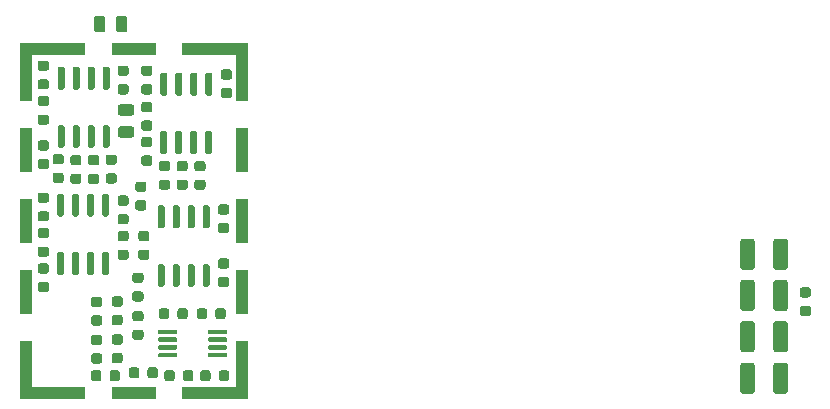
<source format=gbr>
%TF.GenerationSoftware,KiCad,Pcbnew,(5.1.6)-1*%
%TF.CreationDate,2020-08-21T15:32:42+02:00*%
%TF.ProjectId,mu_lna,6d755f6c-6e61-42e6-9b69-6361645f7063,rev?*%
%TF.SameCoordinates,Original*%
%TF.FileFunction,Paste,Bot*%
%TF.FilePolarity,Positive*%
%FSLAX46Y46*%
G04 Gerber Fmt 4.6, Leading zero omitted, Abs format (unit mm)*
G04 Created by KiCad (PCBNEW (5.1.6)-1) date 2020-08-21 15:32:42*
%MOMM*%
%LPD*%
G01*
G04 APERTURE LIST*
%ADD10R,1.000000X1.000000*%
%ADD11R,1.000000X3.980000*%
%ADD12R,1.000000X3.800000*%
%ADD13R,4.550000X1.000000*%
%ADD14R,3.800000X1.000000*%
G04 APERTURE END LIST*
%TO.C,C25*%
G36*
G01*
X124143379Y-99516700D02*
X124143379Y-100029200D01*
G75*
G02*
X123924629Y-100247950I-218750J0D01*
G01*
X123487129Y-100247950D01*
G75*
G02*
X123268379Y-100029200I0J218750D01*
G01*
X123268379Y-99516700D01*
G75*
G02*
X123487129Y-99297950I218750J0D01*
G01*
X123924629Y-99297950D01*
G75*
G02*
X124143379Y-99516700I0J-218750D01*
G01*
G37*
G36*
G01*
X125718379Y-99516700D02*
X125718379Y-100029200D01*
G75*
G02*
X125499629Y-100247950I-218750J0D01*
G01*
X125062129Y-100247950D01*
G75*
G02*
X124843379Y-100029200I0J218750D01*
G01*
X124843379Y-99516700D01*
G75*
G02*
X125062129Y-99297950I218750J0D01*
G01*
X125499629Y-99297950D01*
G75*
G02*
X125718379Y-99516700I0J-218750D01*
G01*
G37*
%TD*%
%TO.C,C24*%
G36*
G01*
X127643379Y-104766700D02*
X127643379Y-105279200D01*
G75*
G02*
X127424629Y-105497950I-218750J0D01*
G01*
X126987129Y-105497950D01*
G75*
G02*
X126768379Y-105279200I0J218750D01*
G01*
X126768379Y-104766700D01*
G75*
G02*
X126987129Y-104547950I218750J0D01*
G01*
X127424629Y-104547950D01*
G75*
G02*
X127643379Y-104766700I0J-218750D01*
G01*
G37*
G36*
G01*
X129218379Y-104766700D02*
X129218379Y-105279200D01*
G75*
G02*
X128999629Y-105497950I-218750J0D01*
G01*
X128562129Y-105497950D01*
G75*
G02*
X128343379Y-105279200I0J218750D01*
G01*
X128343379Y-104766700D01*
G75*
G02*
X128562129Y-104547950I218750J0D01*
G01*
X128999629Y-104547950D01*
G75*
G02*
X129218379Y-104766700I0J-218750D01*
G01*
G37*
%TD*%
%TO.C,C23*%
G36*
G01*
X122249629Y-93635450D02*
X121737129Y-93635450D01*
G75*
G02*
X121518379Y-93416700I0J218750D01*
G01*
X121518379Y-92979200D01*
G75*
G02*
X121737129Y-92760450I218750J0D01*
G01*
X122249629Y-92760450D01*
G75*
G02*
X122468379Y-92979200I0J-218750D01*
G01*
X122468379Y-93416700D01*
G75*
G02*
X122249629Y-93635450I-218750J0D01*
G01*
G37*
G36*
G01*
X122249629Y-95210450D02*
X121737129Y-95210450D01*
G75*
G02*
X121518379Y-94991700I0J218750D01*
G01*
X121518379Y-94554200D01*
G75*
G02*
X121737129Y-94335450I218750J0D01*
G01*
X122249629Y-94335450D01*
G75*
G02*
X122468379Y-94554200I0J-218750D01*
G01*
X122468379Y-94991700D01*
G75*
G02*
X122249629Y-95210450I-218750J0D01*
G01*
G37*
%TD*%
%TO.C,U2*%
G36*
G01*
X127430879Y-103372950D02*
X127430879Y-103172950D01*
G75*
G02*
X127530879Y-103072950I100000J0D01*
G01*
X128955879Y-103072950D01*
G75*
G02*
X129055879Y-103172950I0J-100000D01*
G01*
X129055879Y-103372950D01*
G75*
G02*
X128955879Y-103472950I-100000J0D01*
G01*
X127530879Y-103472950D01*
G75*
G02*
X127430879Y-103372950I0J100000D01*
G01*
G37*
G36*
G01*
X127430879Y-102722950D02*
X127430879Y-102522950D01*
G75*
G02*
X127530879Y-102422950I100000J0D01*
G01*
X128955879Y-102422950D01*
G75*
G02*
X129055879Y-102522950I0J-100000D01*
G01*
X129055879Y-102722950D01*
G75*
G02*
X128955879Y-102822950I-100000J0D01*
G01*
X127530879Y-102822950D01*
G75*
G02*
X127430879Y-102722950I0J100000D01*
G01*
G37*
G36*
G01*
X127430879Y-102072950D02*
X127430879Y-101872950D01*
G75*
G02*
X127530879Y-101772950I100000J0D01*
G01*
X128955879Y-101772950D01*
G75*
G02*
X129055879Y-101872950I0J-100000D01*
G01*
X129055879Y-102072950D01*
G75*
G02*
X128955879Y-102172950I-100000J0D01*
G01*
X127530879Y-102172950D01*
G75*
G02*
X127430879Y-102072950I0J100000D01*
G01*
G37*
G36*
G01*
X127430879Y-101422950D02*
X127430879Y-101222950D01*
G75*
G02*
X127530879Y-101122950I100000J0D01*
G01*
X128955879Y-101122950D01*
G75*
G02*
X129055879Y-101222950I0J-100000D01*
G01*
X129055879Y-101422950D01*
G75*
G02*
X128955879Y-101522950I-100000J0D01*
G01*
X127530879Y-101522950D01*
G75*
G02*
X127430879Y-101422950I0J100000D01*
G01*
G37*
G36*
G01*
X123205879Y-101422950D02*
X123205879Y-101222950D01*
G75*
G02*
X123305879Y-101122950I100000J0D01*
G01*
X124730879Y-101122950D01*
G75*
G02*
X124830879Y-101222950I0J-100000D01*
G01*
X124830879Y-101422950D01*
G75*
G02*
X124730879Y-101522950I-100000J0D01*
G01*
X123305879Y-101522950D01*
G75*
G02*
X123205879Y-101422950I0J100000D01*
G01*
G37*
G36*
G01*
X123205879Y-102072950D02*
X123205879Y-101872950D01*
G75*
G02*
X123305879Y-101772950I100000J0D01*
G01*
X124730879Y-101772950D01*
G75*
G02*
X124830879Y-101872950I0J-100000D01*
G01*
X124830879Y-102072950D01*
G75*
G02*
X124730879Y-102172950I-100000J0D01*
G01*
X123305879Y-102172950D01*
G75*
G02*
X123205879Y-102072950I0J100000D01*
G01*
G37*
G36*
G01*
X123205879Y-102722950D02*
X123205879Y-102522950D01*
G75*
G02*
X123305879Y-102422950I100000J0D01*
G01*
X124730879Y-102422950D01*
G75*
G02*
X124830879Y-102522950I0J-100000D01*
G01*
X124830879Y-102722950D01*
G75*
G02*
X124730879Y-102822950I-100000J0D01*
G01*
X123305879Y-102822950D01*
G75*
G02*
X123205879Y-102722950I0J100000D01*
G01*
G37*
G36*
G01*
X123205879Y-103372950D02*
X123205879Y-103172950D01*
G75*
G02*
X123305879Y-103072950I100000J0D01*
G01*
X124730879Y-103072950D01*
G75*
G02*
X124830879Y-103172950I0J-100000D01*
G01*
X124830879Y-103372950D01*
G75*
G02*
X124730879Y-103472950I-100000J0D01*
G01*
X123305879Y-103472950D01*
G75*
G02*
X123205879Y-103372950I0J100000D01*
G01*
G37*
%TD*%
%TO.C,C20*%
G36*
G01*
X175281621Y-95802050D02*
X175281621Y-93652050D01*
G75*
G02*
X175531621Y-93402050I250000J0D01*
G01*
X176281621Y-93402050D01*
G75*
G02*
X176531621Y-93652050I0J-250000D01*
G01*
X176531621Y-95802050D01*
G75*
G02*
X176281621Y-96052050I-250000J0D01*
G01*
X175531621Y-96052050D01*
G75*
G02*
X175281621Y-95802050I0J250000D01*
G01*
G37*
G36*
G01*
X172481621Y-95802050D02*
X172481621Y-93652050D01*
G75*
G02*
X172731621Y-93402050I250000J0D01*
G01*
X173481621Y-93402050D01*
G75*
G02*
X173731621Y-93652050I0J-250000D01*
G01*
X173731621Y-95802050D01*
G75*
G02*
X173481621Y-96052050I-250000J0D01*
G01*
X172731621Y-96052050D01*
G75*
G02*
X172481621Y-95802050I0J250000D01*
G01*
G37*
%TD*%
%TO.C,R18*%
G36*
G01*
X177743750Y-99100000D02*
X178256250Y-99100000D01*
G75*
G02*
X178475000Y-99318750I0J-218750D01*
G01*
X178475000Y-99756250D01*
G75*
G02*
X178256250Y-99975000I-218750J0D01*
G01*
X177743750Y-99975000D01*
G75*
G02*
X177525000Y-99756250I0J218750D01*
G01*
X177525000Y-99318750D01*
G75*
G02*
X177743750Y-99100000I218750J0D01*
G01*
G37*
G36*
G01*
X177743750Y-97525000D02*
X178256250Y-97525000D01*
G75*
G02*
X178475000Y-97743750I0J-218750D01*
G01*
X178475000Y-98181250D01*
G75*
G02*
X178256250Y-98400000I-218750J0D01*
G01*
X177743750Y-98400000D01*
G75*
G02*
X177525000Y-98181250I0J218750D01*
G01*
X177525000Y-97743750D01*
G75*
G02*
X177743750Y-97525000I218750J0D01*
G01*
G37*
%TD*%
%TO.C,R5*%
G36*
G01*
X124605879Y-104766700D02*
X124605879Y-105279200D01*
G75*
G02*
X124387129Y-105497950I-218750J0D01*
G01*
X123949629Y-105497950D01*
G75*
G02*
X123730879Y-105279200I0J218750D01*
G01*
X123730879Y-104766700D01*
G75*
G02*
X123949629Y-104547950I218750J0D01*
G01*
X124387129Y-104547950D01*
G75*
G02*
X124605879Y-104766700I0J-218750D01*
G01*
G37*
G36*
G01*
X126180879Y-104766700D02*
X126180879Y-105279200D01*
G75*
G02*
X125962129Y-105497950I-218750J0D01*
G01*
X125524629Y-105497950D01*
G75*
G02*
X125305879Y-105279200I0J218750D01*
G01*
X125305879Y-104766700D01*
G75*
G02*
X125524629Y-104547950I218750J0D01*
G01*
X125962129Y-104547950D01*
G75*
G02*
X126180879Y-104766700I0J-218750D01*
G01*
G37*
%TD*%
%TO.C,C22*%
G36*
G01*
X175281621Y-99302050D02*
X175281621Y-97152050D01*
G75*
G02*
X175531621Y-96902050I250000J0D01*
G01*
X176281621Y-96902050D01*
G75*
G02*
X176531621Y-97152050I0J-250000D01*
G01*
X176531621Y-99302050D01*
G75*
G02*
X176281621Y-99552050I-250000J0D01*
G01*
X175531621Y-99552050D01*
G75*
G02*
X175281621Y-99302050I0J250000D01*
G01*
G37*
G36*
G01*
X172481621Y-99302050D02*
X172481621Y-97152050D01*
G75*
G02*
X172731621Y-96902050I250000J0D01*
G01*
X173481621Y-96902050D01*
G75*
G02*
X173731621Y-97152050I0J-250000D01*
G01*
X173731621Y-99302050D01*
G75*
G02*
X173481621Y-99552050I-250000J0D01*
G01*
X172731621Y-99552050D01*
G75*
G02*
X172481621Y-99302050I0J250000D01*
G01*
G37*
%TD*%
%TO.C,C21*%
G36*
G01*
X175281621Y-102802050D02*
X175281621Y-100652050D01*
G75*
G02*
X175531621Y-100402050I250000J0D01*
G01*
X176281621Y-100402050D01*
G75*
G02*
X176531621Y-100652050I0J-250000D01*
G01*
X176531621Y-102802050D01*
G75*
G02*
X176281621Y-103052050I-250000J0D01*
G01*
X175531621Y-103052050D01*
G75*
G02*
X175281621Y-102802050I0J250000D01*
G01*
G37*
G36*
G01*
X172481621Y-102802050D02*
X172481621Y-100652050D01*
G75*
G02*
X172731621Y-100402050I250000J0D01*
G01*
X173481621Y-100402050D01*
G75*
G02*
X173731621Y-100652050I0J-250000D01*
G01*
X173731621Y-102802050D01*
G75*
G02*
X173481621Y-103052050I-250000J0D01*
G01*
X172731621Y-103052050D01*
G75*
G02*
X172481621Y-102802050I0J250000D01*
G01*
G37*
%TD*%
%TO.C,C18*%
G36*
G01*
X175281621Y-106302050D02*
X175281621Y-104152050D01*
G75*
G02*
X175531621Y-103902050I250000J0D01*
G01*
X176281621Y-103902050D01*
G75*
G02*
X176531621Y-104152050I0J-250000D01*
G01*
X176531621Y-106302050D01*
G75*
G02*
X176281621Y-106552050I-250000J0D01*
G01*
X175531621Y-106552050D01*
G75*
G02*
X175281621Y-106302050I0J250000D01*
G01*
G37*
G36*
G01*
X172481621Y-106302050D02*
X172481621Y-104152050D01*
G75*
G02*
X172731621Y-103902050I250000J0D01*
G01*
X173481621Y-103902050D01*
G75*
G02*
X173731621Y-104152050I0J-250000D01*
G01*
X173731621Y-106302050D01*
G75*
G02*
X173481621Y-106552050I-250000J0D01*
G01*
X172731621Y-106552050D01*
G75*
G02*
X172481621Y-106302050I0J250000D01*
G01*
G37*
%TD*%
%TO.C,C11*%
G36*
G01*
X127355879Y-99516700D02*
X127355879Y-100029200D01*
G75*
G02*
X127137129Y-100247950I-218750J0D01*
G01*
X126699629Y-100247950D01*
G75*
G02*
X126480879Y-100029200I0J218750D01*
G01*
X126480879Y-99516700D01*
G75*
G02*
X126699629Y-99297950I218750J0D01*
G01*
X127137129Y-99297950D01*
G75*
G02*
X127355879Y-99516700I0J-218750D01*
G01*
G37*
G36*
G01*
X128930879Y-99516700D02*
X128930879Y-100029200D01*
G75*
G02*
X128712129Y-100247950I-218750J0D01*
G01*
X128274629Y-100247950D01*
G75*
G02*
X128055879Y-100029200I0J218750D01*
G01*
X128055879Y-99516700D01*
G75*
G02*
X128274629Y-99297950I218750J0D01*
G01*
X128712129Y-99297950D01*
G75*
G02*
X128930879Y-99516700I0J-218750D01*
G01*
G37*
%TD*%
%TO.C,C8*%
G36*
G01*
X120499629Y-90635450D02*
X119987129Y-90635450D01*
G75*
G02*
X119768379Y-90416700I0J218750D01*
G01*
X119768379Y-89979200D01*
G75*
G02*
X119987129Y-89760450I218750J0D01*
G01*
X120499629Y-89760450D01*
G75*
G02*
X120718379Y-89979200I0J-218750D01*
G01*
X120718379Y-90416700D01*
G75*
G02*
X120499629Y-90635450I-218750J0D01*
G01*
G37*
G36*
G01*
X120499629Y-92210450D02*
X119987129Y-92210450D01*
G75*
G02*
X119768379Y-91991700I0J218750D01*
G01*
X119768379Y-91554200D01*
G75*
G02*
X119987129Y-91335450I218750J0D01*
G01*
X120499629Y-91335450D01*
G75*
G02*
X120718379Y-91554200I0J-218750D01*
G01*
X120718379Y-91991700D01*
G75*
G02*
X120499629Y-92210450I-218750J0D01*
G01*
G37*
%TD*%
%TO.C,C7*%
G36*
G01*
X129249629Y-79960450D02*
X128737129Y-79960450D01*
G75*
G02*
X128518379Y-79741700I0J218750D01*
G01*
X128518379Y-79304200D01*
G75*
G02*
X128737129Y-79085450I218750J0D01*
G01*
X129249629Y-79085450D01*
G75*
G02*
X129468379Y-79304200I0J-218750D01*
G01*
X129468379Y-79741700D01*
G75*
G02*
X129249629Y-79960450I-218750J0D01*
G01*
G37*
G36*
G01*
X129249629Y-81535450D02*
X128737129Y-81535450D01*
G75*
G02*
X128518379Y-81316700I0J218750D01*
G01*
X128518379Y-80879200D01*
G75*
G02*
X128737129Y-80660450I218750J0D01*
G01*
X129249629Y-80660450D01*
G75*
G02*
X129468379Y-80879200I0J-218750D01*
G01*
X129468379Y-81316700D01*
G75*
G02*
X129249629Y-81535450I-218750J0D01*
G01*
G37*
%TD*%
%TO.C,C6*%
G36*
G01*
X128999629Y-91385450D02*
X128487129Y-91385450D01*
G75*
G02*
X128268379Y-91166700I0J218750D01*
G01*
X128268379Y-90729200D01*
G75*
G02*
X128487129Y-90510450I218750J0D01*
G01*
X128999629Y-90510450D01*
G75*
G02*
X129218379Y-90729200I0J-218750D01*
G01*
X129218379Y-91166700D01*
G75*
G02*
X128999629Y-91385450I-218750J0D01*
G01*
G37*
G36*
G01*
X128999629Y-92960450D02*
X128487129Y-92960450D01*
G75*
G02*
X128268379Y-92741700I0J218750D01*
G01*
X128268379Y-92304200D01*
G75*
G02*
X128487129Y-92085450I218750J0D01*
G01*
X128999629Y-92085450D01*
G75*
G02*
X129218379Y-92304200I0J-218750D01*
G01*
X129218379Y-92741700D01*
G75*
G02*
X128999629Y-92960450I-218750J0D01*
G01*
G37*
%TD*%
%TO.C,C5*%
G36*
G01*
X120499629Y-79635450D02*
X119987129Y-79635450D01*
G75*
G02*
X119768379Y-79416700I0J218750D01*
G01*
X119768379Y-78979200D01*
G75*
G02*
X119987129Y-78760450I218750J0D01*
G01*
X120499629Y-78760450D01*
G75*
G02*
X120718379Y-78979200I0J-218750D01*
G01*
X120718379Y-79416700D01*
G75*
G02*
X120499629Y-79635450I-218750J0D01*
G01*
G37*
G36*
G01*
X120499629Y-81210450D02*
X119987129Y-81210450D01*
G75*
G02*
X119768379Y-80991700I0J218750D01*
G01*
X119768379Y-80554200D01*
G75*
G02*
X119987129Y-80335450I218750J0D01*
G01*
X120499629Y-80335450D01*
G75*
G02*
X120718379Y-80554200I0J-218750D01*
G01*
X120718379Y-80991700D01*
G75*
G02*
X120499629Y-81210450I-218750J0D01*
G01*
G37*
%TD*%
%TO.C,C4*%
G36*
G01*
X115987129Y-87910450D02*
X116499629Y-87910450D01*
G75*
G02*
X116718379Y-88129200I0J-218750D01*
G01*
X116718379Y-88566700D01*
G75*
G02*
X116499629Y-88785450I-218750J0D01*
G01*
X115987129Y-88785450D01*
G75*
G02*
X115768379Y-88566700I0J218750D01*
G01*
X115768379Y-88129200D01*
G75*
G02*
X115987129Y-87910450I218750J0D01*
G01*
G37*
G36*
G01*
X115987129Y-86335450D02*
X116499629Y-86335450D01*
G75*
G02*
X116718379Y-86554200I0J-218750D01*
G01*
X116718379Y-86991700D01*
G75*
G02*
X116499629Y-87210450I-218750J0D01*
G01*
X115987129Y-87210450D01*
G75*
G02*
X115768379Y-86991700I0J218750D01*
G01*
X115768379Y-86554200D01*
G75*
G02*
X115987129Y-86335450I218750J0D01*
G01*
G37*
%TD*%
%TO.C,C3*%
G36*
G01*
X113237129Y-97085450D02*
X113749629Y-97085450D01*
G75*
G02*
X113968379Y-97304200I0J-218750D01*
G01*
X113968379Y-97741700D01*
G75*
G02*
X113749629Y-97960450I-218750J0D01*
G01*
X113237129Y-97960450D01*
G75*
G02*
X113018379Y-97741700I0J218750D01*
G01*
X113018379Y-97304200D01*
G75*
G02*
X113237129Y-97085450I218750J0D01*
G01*
G37*
G36*
G01*
X113237129Y-95510450D02*
X113749629Y-95510450D01*
G75*
G02*
X113968379Y-95729200I0J-218750D01*
G01*
X113968379Y-96166700D01*
G75*
G02*
X113749629Y-96385450I-218750J0D01*
G01*
X113237129Y-96385450D01*
G75*
G02*
X113018379Y-96166700I0J218750D01*
G01*
X113018379Y-95729200D01*
G75*
G02*
X113237129Y-95510450I218750J0D01*
G01*
G37*
%TD*%
%TO.C,C2*%
G36*
G01*
X128487129Y-96660450D02*
X128999629Y-96660450D01*
G75*
G02*
X129218379Y-96879200I0J-218750D01*
G01*
X129218379Y-97316700D01*
G75*
G02*
X128999629Y-97535450I-218750J0D01*
G01*
X128487129Y-97535450D01*
G75*
G02*
X128268379Y-97316700I0J218750D01*
G01*
X128268379Y-96879200D01*
G75*
G02*
X128487129Y-96660450I218750J0D01*
G01*
G37*
G36*
G01*
X128487129Y-95085450D02*
X128999629Y-95085450D01*
G75*
G02*
X129218379Y-95304200I0J-218750D01*
G01*
X129218379Y-95741700D01*
G75*
G02*
X128999629Y-95960450I-218750J0D01*
G01*
X128487129Y-95960450D01*
G75*
G02*
X128268379Y-95741700I0J218750D01*
G01*
X128268379Y-95304200D01*
G75*
G02*
X128487129Y-95085450I218750J0D01*
G01*
G37*
%TD*%
%TO.C,C1*%
G36*
G01*
X124987129Y-88410450D02*
X125499629Y-88410450D01*
G75*
G02*
X125718379Y-88629200I0J-218750D01*
G01*
X125718379Y-89066700D01*
G75*
G02*
X125499629Y-89285450I-218750J0D01*
G01*
X124987129Y-89285450D01*
G75*
G02*
X124768379Y-89066700I0J218750D01*
G01*
X124768379Y-88629200D01*
G75*
G02*
X124987129Y-88410450I218750J0D01*
G01*
G37*
G36*
G01*
X124987129Y-86835450D02*
X125499629Y-86835450D01*
G75*
G02*
X125718379Y-87054200I0J-218750D01*
G01*
X125718379Y-87491700D01*
G75*
G02*
X125499629Y-87710450I-218750J0D01*
G01*
X124987129Y-87710450D01*
G75*
G02*
X124768379Y-87491700I0J218750D01*
G01*
X124768379Y-87054200D01*
G75*
G02*
X124987129Y-86835450I218750J0D01*
G01*
G37*
%TD*%
%TO.C,R12*%
G36*
G01*
X122305879Y-105029200D02*
X122305879Y-104516700D01*
G75*
G02*
X122524629Y-104297950I218750J0D01*
G01*
X122962129Y-104297950D01*
G75*
G02*
X123180879Y-104516700I0J-218750D01*
G01*
X123180879Y-105029200D01*
G75*
G02*
X122962129Y-105247950I-218750J0D01*
G01*
X122524629Y-105247950D01*
G75*
G02*
X122305879Y-105029200I0J218750D01*
G01*
G37*
G36*
G01*
X120730879Y-105029200D02*
X120730879Y-104516700D01*
G75*
G02*
X120949629Y-104297950I218750J0D01*
G01*
X121387129Y-104297950D01*
G75*
G02*
X121605879Y-104516700I0J-218750D01*
G01*
X121605879Y-105029200D01*
G75*
G02*
X121387129Y-105247950I-218750J0D01*
G01*
X120949629Y-105247950D01*
G75*
G02*
X120730879Y-105029200I0J218750D01*
G01*
G37*
%TD*%
%TO.C,R10*%
G36*
G01*
X121749629Y-100422950D02*
X121237129Y-100422950D01*
G75*
G02*
X121018379Y-100204200I0J218750D01*
G01*
X121018379Y-99766700D01*
G75*
G02*
X121237129Y-99547950I218750J0D01*
G01*
X121749629Y-99547950D01*
G75*
G02*
X121968379Y-99766700I0J-218750D01*
G01*
X121968379Y-100204200D01*
G75*
G02*
X121749629Y-100422950I-218750J0D01*
G01*
G37*
G36*
G01*
X121749629Y-101997950D02*
X121237129Y-101997950D01*
G75*
G02*
X121018379Y-101779200I0J218750D01*
G01*
X121018379Y-101341700D01*
G75*
G02*
X121237129Y-101122950I218750J0D01*
G01*
X121749629Y-101122950D01*
G75*
G02*
X121968379Y-101341700I0J-218750D01*
G01*
X121968379Y-101779200D01*
G75*
G02*
X121749629Y-101997950I-218750J0D01*
G01*
G37*
%TD*%
%TO.C,R9*%
G36*
G01*
X121749629Y-97172950D02*
X121237129Y-97172950D01*
G75*
G02*
X121018379Y-96954200I0J218750D01*
G01*
X121018379Y-96516700D01*
G75*
G02*
X121237129Y-96297950I218750J0D01*
G01*
X121749629Y-96297950D01*
G75*
G02*
X121968379Y-96516700I0J-218750D01*
G01*
X121968379Y-96954200D01*
G75*
G02*
X121749629Y-97172950I-218750J0D01*
G01*
G37*
G36*
G01*
X121749629Y-98747950D02*
X121237129Y-98747950D01*
G75*
G02*
X121018379Y-98529200I0J218750D01*
G01*
X121018379Y-98091700D01*
G75*
G02*
X121237129Y-97872950I218750J0D01*
G01*
X121749629Y-97872950D01*
G75*
G02*
X121968379Y-98091700I0J-218750D01*
G01*
X121968379Y-98529200D01*
G75*
G02*
X121749629Y-98747950I-218750J0D01*
G01*
G37*
%TD*%
%TO.C,R4*%
G36*
G01*
X118249629Y-99210450D02*
X117737129Y-99210450D01*
G75*
G02*
X117518379Y-98991700I0J218750D01*
G01*
X117518379Y-98554200D01*
G75*
G02*
X117737129Y-98335450I218750J0D01*
G01*
X118249629Y-98335450D01*
G75*
G02*
X118468379Y-98554200I0J-218750D01*
G01*
X118468379Y-98991700D01*
G75*
G02*
X118249629Y-99210450I-218750J0D01*
G01*
G37*
G36*
G01*
X118249629Y-100785450D02*
X117737129Y-100785450D01*
G75*
G02*
X117518379Y-100566700I0J218750D01*
G01*
X117518379Y-100129200D01*
G75*
G02*
X117737129Y-99910450I218750J0D01*
G01*
X118249629Y-99910450D01*
G75*
G02*
X118468379Y-100129200I0J-218750D01*
G01*
X118468379Y-100566700D01*
G75*
G02*
X118249629Y-100785450I-218750J0D01*
G01*
G37*
%TD*%
%TO.C,C19*%
G36*
G01*
X113749629Y-93385450D02*
X113237129Y-93385450D01*
G75*
G02*
X113018379Y-93166700I0J218750D01*
G01*
X113018379Y-92729200D01*
G75*
G02*
X113237129Y-92510450I218750J0D01*
G01*
X113749629Y-92510450D01*
G75*
G02*
X113968379Y-92729200I0J-218750D01*
G01*
X113968379Y-93166700D01*
G75*
G02*
X113749629Y-93385450I-218750J0D01*
G01*
G37*
G36*
G01*
X113749629Y-94960450D02*
X113237129Y-94960450D01*
G75*
G02*
X113018379Y-94741700I0J218750D01*
G01*
X113018379Y-94304200D01*
G75*
G02*
X113237129Y-94085450I218750J0D01*
G01*
X113749629Y-94085450D01*
G75*
G02*
X113968379Y-94304200I0J-218750D01*
G01*
X113968379Y-94741700D01*
G75*
G02*
X113749629Y-94960450I-218750J0D01*
G01*
G37*
%TD*%
%TO.C,C15*%
G36*
G01*
X119093379Y-105279200D02*
X119093379Y-104766700D01*
G75*
G02*
X119312129Y-104547950I218750J0D01*
G01*
X119749629Y-104547950D01*
G75*
G02*
X119968379Y-104766700I0J-218750D01*
G01*
X119968379Y-105279200D01*
G75*
G02*
X119749629Y-105497950I-218750J0D01*
G01*
X119312129Y-105497950D01*
G75*
G02*
X119093379Y-105279200I0J218750D01*
G01*
G37*
G36*
G01*
X117518379Y-105279200D02*
X117518379Y-104766700D01*
G75*
G02*
X117737129Y-104547950I218750J0D01*
G01*
X118174629Y-104547950D01*
G75*
G02*
X118393379Y-104766700I0J-218750D01*
G01*
X118393379Y-105279200D01*
G75*
G02*
X118174629Y-105497950I-218750J0D01*
G01*
X117737129Y-105497950D01*
G75*
G02*
X117518379Y-105279200I0J218750D01*
G01*
G37*
%TD*%
%TO.C,C13*%
G36*
G01*
X119999629Y-99172950D02*
X119487129Y-99172950D01*
G75*
G02*
X119268379Y-98954200I0J218750D01*
G01*
X119268379Y-98516700D01*
G75*
G02*
X119487129Y-98297950I218750J0D01*
G01*
X119999629Y-98297950D01*
G75*
G02*
X120218379Y-98516700I0J-218750D01*
G01*
X120218379Y-98954200D01*
G75*
G02*
X119999629Y-99172950I-218750J0D01*
G01*
G37*
G36*
G01*
X119999629Y-100747950D02*
X119487129Y-100747950D01*
G75*
G02*
X119268379Y-100529200I0J218750D01*
G01*
X119268379Y-100091700D01*
G75*
G02*
X119487129Y-99872950I218750J0D01*
G01*
X119999629Y-99872950D01*
G75*
G02*
X120218379Y-100091700I0J-218750D01*
G01*
X120218379Y-100529200D01*
G75*
G02*
X119999629Y-100747950I-218750J0D01*
G01*
G37*
%TD*%
%TO.C,C14*%
G36*
G01*
X121987129Y-86372950D02*
X122499629Y-86372950D01*
G75*
G02*
X122718379Y-86591700I0J-218750D01*
G01*
X122718379Y-87029200D01*
G75*
G02*
X122499629Y-87247950I-218750J0D01*
G01*
X121987129Y-87247950D01*
G75*
G02*
X121768379Y-87029200I0J218750D01*
G01*
X121768379Y-86591700D01*
G75*
G02*
X121987129Y-86372950I218750J0D01*
G01*
G37*
G36*
G01*
X121987129Y-84797950D02*
X122499629Y-84797950D01*
G75*
G02*
X122718379Y-85016700I0J-218750D01*
G01*
X122718379Y-85454200D01*
G75*
G02*
X122499629Y-85672950I-218750J0D01*
G01*
X121987129Y-85672950D01*
G75*
G02*
X121768379Y-85454200I0J218750D01*
G01*
X121768379Y-85016700D01*
G75*
G02*
X121987129Y-84797950I218750J0D01*
G01*
G37*
%TD*%
%TO.C,C10*%
G36*
G01*
X119487129Y-103085450D02*
X119999629Y-103085450D01*
G75*
G02*
X120218379Y-103304200I0J-218750D01*
G01*
X120218379Y-103741700D01*
G75*
G02*
X119999629Y-103960450I-218750J0D01*
G01*
X119487129Y-103960450D01*
G75*
G02*
X119268379Y-103741700I0J218750D01*
G01*
X119268379Y-103304200D01*
G75*
G02*
X119487129Y-103085450I218750J0D01*
G01*
G37*
G36*
G01*
X119487129Y-101510450D02*
X119999629Y-101510450D01*
G75*
G02*
X120218379Y-101729200I0J-218750D01*
G01*
X120218379Y-102166700D01*
G75*
G02*
X119999629Y-102385450I-218750J0D01*
G01*
X119487129Y-102385450D01*
G75*
G02*
X119268379Y-102166700I0J218750D01*
G01*
X119268379Y-101729200D01*
G75*
G02*
X119487129Y-101510450I218750J0D01*
G01*
G37*
%TD*%
%TO.C,C9*%
G36*
G01*
X113749629Y-82210450D02*
X113237129Y-82210450D01*
G75*
G02*
X113018379Y-81991700I0J218750D01*
G01*
X113018379Y-81554200D01*
G75*
G02*
X113237129Y-81335450I218750J0D01*
G01*
X113749629Y-81335450D01*
G75*
G02*
X113968379Y-81554200I0J-218750D01*
G01*
X113968379Y-81991700D01*
G75*
G02*
X113749629Y-82210450I-218750J0D01*
G01*
G37*
G36*
G01*
X113749629Y-83785450D02*
X113237129Y-83785450D01*
G75*
G02*
X113018379Y-83566700I0J218750D01*
G01*
X113018379Y-83129200D01*
G75*
G02*
X113237129Y-82910450I218750J0D01*
G01*
X113749629Y-82910450D01*
G75*
G02*
X113968379Y-83129200I0J-218750D01*
G01*
X113968379Y-83566700D01*
G75*
G02*
X113749629Y-83785450I-218750J0D01*
G01*
G37*
%TD*%
%TO.C,R11*%
G36*
G01*
X118249629Y-102422950D02*
X117737129Y-102422950D01*
G75*
G02*
X117518379Y-102204200I0J218750D01*
G01*
X117518379Y-101766700D01*
G75*
G02*
X117737129Y-101547950I218750J0D01*
G01*
X118249629Y-101547950D01*
G75*
G02*
X118468379Y-101766700I0J-218750D01*
G01*
X118468379Y-102204200D01*
G75*
G02*
X118249629Y-102422950I-218750J0D01*
G01*
G37*
G36*
G01*
X118249629Y-103997950D02*
X117737129Y-103997950D01*
G75*
G02*
X117518379Y-103779200I0J218750D01*
G01*
X117518379Y-103341700D01*
G75*
G02*
X117737129Y-103122950I218750J0D01*
G01*
X118249629Y-103122950D01*
G75*
G02*
X118468379Y-103341700I0J-218750D01*
G01*
X118468379Y-103779200D01*
G75*
G02*
X118249629Y-103997950I-218750J0D01*
G01*
G37*
%TD*%
%TO.C,R22*%
G36*
G01*
X123487129Y-88410450D02*
X123999629Y-88410450D01*
G75*
G02*
X124218379Y-88629200I0J-218750D01*
G01*
X124218379Y-89066700D01*
G75*
G02*
X123999629Y-89285450I-218750J0D01*
G01*
X123487129Y-89285450D01*
G75*
G02*
X123268379Y-89066700I0J218750D01*
G01*
X123268379Y-88629200D01*
G75*
G02*
X123487129Y-88410450I218750J0D01*
G01*
G37*
G36*
G01*
X123487129Y-86835450D02*
X123999629Y-86835450D01*
G75*
G02*
X124218379Y-87054200I0J-218750D01*
G01*
X124218379Y-87491700D01*
G75*
G02*
X123999629Y-87710450I-218750J0D01*
G01*
X123487129Y-87710450D01*
G75*
G02*
X123268379Y-87491700I0J218750D01*
G01*
X123268379Y-87054200D01*
G75*
G02*
X123487129Y-86835450I218750J0D01*
G01*
G37*
%TD*%
%TO.C,R21*%
G36*
G01*
X120499629Y-93635450D02*
X119987129Y-93635450D01*
G75*
G02*
X119768379Y-93416700I0J218750D01*
G01*
X119768379Y-92979200D01*
G75*
G02*
X119987129Y-92760450I218750J0D01*
G01*
X120499629Y-92760450D01*
G75*
G02*
X120718379Y-92979200I0J-218750D01*
G01*
X120718379Y-93416700D01*
G75*
G02*
X120499629Y-93635450I-218750J0D01*
G01*
G37*
G36*
G01*
X120499629Y-95210450D02*
X119987129Y-95210450D01*
G75*
G02*
X119768379Y-94991700I0J218750D01*
G01*
X119768379Y-94554200D01*
G75*
G02*
X119987129Y-94335450I218750J0D01*
G01*
X120499629Y-94335450D01*
G75*
G02*
X120718379Y-94554200I0J-218750D01*
G01*
X120718379Y-94991700D01*
G75*
G02*
X120499629Y-95210450I-218750J0D01*
G01*
G37*
%TD*%
%TO.C,R20*%
G36*
G01*
X121487129Y-90160450D02*
X121999629Y-90160450D01*
G75*
G02*
X122218379Y-90379200I0J-218750D01*
G01*
X122218379Y-90816700D01*
G75*
G02*
X121999629Y-91035450I-218750J0D01*
G01*
X121487129Y-91035450D01*
G75*
G02*
X121268379Y-90816700I0J218750D01*
G01*
X121268379Y-90379200D01*
G75*
G02*
X121487129Y-90160450I218750J0D01*
G01*
G37*
G36*
G01*
X121487129Y-88585450D02*
X121999629Y-88585450D01*
G75*
G02*
X122218379Y-88804200I0J-218750D01*
G01*
X122218379Y-89241700D01*
G75*
G02*
X121999629Y-89460450I-218750J0D01*
G01*
X121487129Y-89460450D01*
G75*
G02*
X121268379Y-89241700I0J218750D01*
G01*
X121268379Y-88804200D01*
G75*
G02*
X121487129Y-88585450I218750J0D01*
G01*
G37*
%TD*%
%TO.C,R14*%
G36*
G01*
X122499629Y-79635450D02*
X121987129Y-79635450D01*
G75*
G02*
X121768379Y-79416700I0J218750D01*
G01*
X121768379Y-78979200D01*
G75*
G02*
X121987129Y-78760450I218750J0D01*
G01*
X122499629Y-78760450D01*
G75*
G02*
X122718379Y-78979200I0J-218750D01*
G01*
X122718379Y-79416700D01*
G75*
G02*
X122499629Y-79635450I-218750J0D01*
G01*
G37*
G36*
G01*
X122499629Y-81210450D02*
X121987129Y-81210450D01*
G75*
G02*
X121768379Y-80991700I0J218750D01*
G01*
X121768379Y-80554200D01*
G75*
G02*
X121987129Y-80335450I218750J0D01*
G01*
X122499629Y-80335450D01*
G75*
G02*
X122718379Y-80554200I0J-218750D01*
G01*
X122718379Y-80991700D01*
G75*
G02*
X122499629Y-81210450I-218750J0D01*
G01*
G37*
%TD*%
%TO.C,R8*%
G36*
G01*
X122499629Y-82710450D02*
X121987129Y-82710450D01*
G75*
G02*
X121768379Y-82491700I0J218750D01*
G01*
X121768379Y-82054200D01*
G75*
G02*
X121987129Y-81835450I218750J0D01*
G01*
X122499629Y-81835450D01*
G75*
G02*
X122718379Y-82054200I0J-218750D01*
G01*
X122718379Y-82491700D01*
G75*
G02*
X122499629Y-82710450I-218750J0D01*
G01*
G37*
G36*
G01*
X122499629Y-84285450D02*
X121987129Y-84285450D01*
G75*
G02*
X121768379Y-84066700I0J218750D01*
G01*
X121768379Y-83629200D01*
G75*
G02*
X121987129Y-83410450I218750J0D01*
G01*
X122499629Y-83410450D01*
G75*
G02*
X122718379Y-83629200I0J-218750D01*
G01*
X122718379Y-84066700D01*
G75*
G02*
X122499629Y-84285450I-218750J0D01*
G01*
G37*
%TD*%
%TO.C,R6*%
G36*
G01*
X126999629Y-87710450D02*
X126487129Y-87710450D01*
G75*
G02*
X126268379Y-87491700I0J218750D01*
G01*
X126268379Y-87054200D01*
G75*
G02*
X126487129Y-86835450I218750J0D01*
G01*
X126999629Y-86835450D01*
G75*
G02*
X127218379Y-87054200I0J-218750D01*
G01*
X127218379Y-87491700D01*
G75*
G02*
X126999629Y-87710450I-218750J0D01*
G01*
G37*
G36*
G01*
X126999629Y-89285450D02*
X126487129Y-89285450D01*
G75*
G02*
X126268379Y-89066700I0J218750D01*
G01*
X126268379Y-88629200D01*
G75*
G02*
X126487129Y-88410450I218750J0D01*
G01*
X126999629Y-88410450D01*
G75*
G02*
X127218379Y-88629200I0J-218750D01*
G01*
X127218379Y-89066700D01*
G75*
G02*
X126999629Y-89285450I-218750J0D01*
G01*
G37*
%TD*%
%TO.C,R3*%
G36*
G01*
X113749629Y-79210450D02*
X113237129Y-79210450D01*
G75*
G02*
X113018379Y-78991700I0J218750D01*
G01*
X113018379Y-78554200D01*
G75*
G02*
X113237129Y-78335450I218750J0D01*
G01*
X113749629Y-78335450D01*
G75*
G02*
X113968379Y-78554200I0J-218750D01*
G01*
X113968379Y-78991700D01*
G75*
G02*
X113749629Y-79210450I-218750J0D01*
G01*
G37*
G36*
G01*
X113749629Y-80785450D02*
X113237129Y-80785450D01*
G75*
G02*
X113018379Y-80566700I0J218750D01*
G01*
X113018379Y-80129200D01*
G75*
G02*
X113237129Y-79910450I218750J0D01*
G01*
X113749629Y-79910450D01*
G75*
G02*
X113968379Y-80129200I0J-218750D01*
G01*
X113968379Y-80566700D01*
G75*
G02*
X113749629Y-80785450I-218750J0D01*
G01*
G37*
%TD*%
%TO.C,R2*%
G36*
G01*
X113749629Y-85960450D02*
X113237129Y-85960450D01*
G75*
G02*
X113018379Y-85741700I0J218750D01*
G01*
X113018379Y-85304200D01*
G75*
G02*
X113237129Y-85085450I218750J0D01*
G01*
X113749629Y-85085450D01*
G75*
G02*
X113968379Y-85304200I0J-218750D01*
G01*
X113968379Y-85741700D01*
G75*
G02*
X113749629Y-85960450I-218750J0D01*
G01*
G37*
G36*
G01*
X113749629Y-87535450D02*
X113237129Y-87535450D01*
G75*
G02*
X113018379Y-87316700I0J218750D01*
G01*
X113018379Y-86879200D01*
G75*
G02*
X113237129Y-86660450I218750J0D01*
G01*
X113749629Y-86660450D01*
G75*
G02*
X113968379Y-86879200I0J-218750D01*
G01*
X113968379Y-87316700D01*
G75*
G02*
X113749629Y-87535450I-218750J0D01*
G01*
G37*
%TD*%
%TO.C,R1*%
G36*
G01*
X117999629Y-87210450D02*
X117487129Y-87210450D01*
G75*
G02*
X117268379Y-86991700I0J218750D01*
G01*
X117268379Y-86554200D01*
G75*
G02*
X117487129Y-86335450I218750J0D01*
G01*
X117999629Y-86335450D01*
G75*
G02*
X118218379Y-86554200I0J-218750D01*
G01*
X118218379Y-86991700D01*
G75*
G02*
X117999629Y-87210450I-218750J0D01*
G01*
G37*
G36*
G01*
X117999629Y-88785450D02*
X117487129Y-88785450D01*
G75*
G02*
X117268379Y-88566700I0J218750D01*
G01*
X117268379Y-88129200D01*
G75*
G02*
X117487129Y-87910450I218750J0D01*
G01*
X117999629Y-87910450D01*
G75*
G02*
X118218379Y-88129200I0J-218750D01*
G01*
X118218379Y-88566700D01*
G75*
G02*
X117999629Y-88785450I-218750J0D01*
G01*
G37*
%TD*%
%TO.C,R19*%
G36*
G01*
X114487129Y-87835450D02*
X114999629Y-87835450D01*
G75*
G02*
X115218379Y-88054200I0J-218750D01*
G01*
X115218379Y-88491700D01*
G75*
G02*
X114999629Y-88710450I-218750J0D01*
G01*
X114487129Y-88710450D01*
G75*
G02*
X114268379Y-88491700I0J218750D01*
G01*
X114268379Y-88054200D01*
G75*
G02*
X114487129Y-87835450I218750J0D01*
G01*
G37*
G36*
G01*
X114487129Y-86260450D02*
X114999629Y-86260450D01*
G75*
G02*
X115218379Y-86479200I0J-218750D01*
G01*
X115218379Y-86916700D01*
G75*
G02*
X114999629Y-87135450I-218750J0D01*
G01*
X114487129Y-87135450D01*
G75*
G02*
X114268379Y-86916700I0J218750D01*
G01*
X114268379Y-86479200D01*
G75*
G02*
X114487129Y-86260450I218750J0D01*
G01*
G37*
%TD*%
%TO.C,R17*%
G36*
G01*
X113749629Y-90385450D02*
X113237129Y-90385450D01*
G75*
G02*
X113018379Y-90166700I0J218750D01*
G01*
X113018379Y-89729200D01*
G75*
G02*
X113237129Y-89510450I218750J0D01*
G01*
X113749629Y-89510450D01*
G75*
G02*
X113968379Y-89729200I0J-218750D01*
G01*
X113968379Y-90166700D01*
G75*
G02*
X113749629Y-90385450I-218750J0D01*
G01*
G37*
G36*
G01*
X113749629Y-91960450D02*
X113237129Y-91960450D01*
G75*
G02*
X113018379Y-91741700I0J218750D01*
G01*
X113018379Y-91304200D01*
G75*
G02*
X113237129Y-91085450I218750J0D01*
G01*
X113749629Y-91085450D01*
G75*
G02*
X113968379Y-91304200I0J-218750D01*
G01*
X113968379Y-91741700D01*
G75*
G02*
X113749629Y-91960450I-218750J0D01*
G01*
G37*
%TD*%
%TO.C,R16*%
G36*
G01*
X118987129Y-87872950D02*
X119499629Y-87872950D01*
G75*
G02*
X119718379Y-88091700I0J-218750D01*
G01*
X119718379Y-88529200D01*
G75*
G02*
X119499629Y-88747950I-218750J0D01*
G01*
X118987129Y-88747950D01*
G75*
G02*
X118768379Y-88529200I0J218750D01*
G01*
X118768379Y-88091700D01*
G75*
G02*
X118987129Y-87872950I218750J0D01*
G01*
G37*
G36*
G01*
X118987129Y-86297950D02*
X119499629Y-86297950D01*
G75*
G02*
X119718379Y-86516700I0J-218750D01*
G01*
X119718379Y-86954200D01*
G75*
G02*
X119499629Y-87172950I-218750J0D01*
G01*
X118987129Y-87172950D01*
G75*
G02*
X118768379Y-86954200I0J218750D01*
G01*
X118768379Y-86516700D01*
G75*
G02*
X118987129Y-86297950I218750J0D01*
G01*
G37*
%TD*%
%TO.C,U5*%
G36*
G01*
X123303379Y-95547950D02*
X123603379Y-95547950D01*
G75*
G02*
X123753379Y-95697950I0J-150000D01*
G01*
X123753379Y-97347950D01*
G75*
G02*
X123603379Y-97497950I-150000J0D01*
G01*
X123303379Y-97497950D01*
G75*
G02*
X123153379Y-97347950I0J150000D01*
G01*
X123153379Y-95697950D01*
G75*
G02*
X123303379Y-95547950I150000J0D01*
G01*
G37*
G36*
G01*
X124573379Y-95547950D02*
X124873379Y-95547950D01*
G75*
G02*
X125023379Y-95697950I0J-150000D01*
G01*
X125023379Y-97347950D01*
G75*
G02*
X124873379Y-97497950I-150000J0D01*
G01*
X124573379Y-97497950D01*
G75*
G02*
X124423379Y-97347950I0J150000D01*
G01*
X124423379Y-95697950D01*
G75*
G02*
X124573379Y-95547950I150000J0D01*
G01*
G37*
G36*
G01*
X125843379Y-95547950D02*
X126143379Y-95547950D01*
G75*
G02*
X126293379Y-95697950I0J-150000D01*
G01*
X126293379Y-97347950D01*
G75*
G02*
X126143379Y-97497950I-150000J0D01*
G01*
X125843379Y-97497950D01*
G75*
G02*
X125693379Y-97347950I0J150000D01*
G01*
X125693379Y-95697950D01*
G75*
G02*
X125843379Y-95547950I150000J0D01*
G01*
G37*
G36*
G01*
X127113379Y-95547950D02*
X127413379Y-95547950D01*
G75*
G02*
X127563379Y-95697950I0J-150000D01*
G01*
X127563379Y-97347950D01*
G75*
G02*
X127413379Y-97497950I-150000J0D01*
G01*
X127113379Y-97497950D01*
G75*
G02*
X126963379Y-97347950I0J150000D01*
G01*
X126963379Y-95697950D01*
G75*
G02*
X127113379Y-95547950I150000J0D01*
G01*
G37*
G36*
G01*
X127113379Y-90597950D02*
X127413379Y-90597950D01*
G75*
G02*
X127563379Y-90747950I0J-150000D01*
G01*
X127563379Y-92397950D01*
G75*
G02*
X127413379Y-92547950I-150000J0D01*
G01*
X127113379Y-92547950D01*
G75*
G02*
X126963379Y-92397950I0J150000D01*
G01*
X126963379Y-90747950D01*
G75*
G02*
X127113379Y-90597950I150000J0D01*
G01*
G37*
G36*
G01*
X125843379Y-90597950D02*
X126143379Y-90597950D01*
G75*
G02*
X126293379Y-90747950I0J-150000D01*
G01*
X126293379Y-92397950D01*
G75*
G02*
X126143379Y-92547950I-150000J0D01*
G01*
X125843379Y-92547950D01*
G75*
G02*
X125693379Y-92397950I0J150000D01*
G01*
X125693379Y-90747950D01*
G75*
G02*
X125843379Y-90597950I150000J0D01*
G01*
G37*
G36*
G01*
X124573379Y-90597950D02*
X124873379Y-90597950D01*
G75*
G02*
X125023379Y-90747950I0J-150000D01*
G01*
X125023379Y-92397950D01*
G75*
G02*
X124873379Y-92547950I-150000J0D01*
G01*
X124573379Y-92547950D01*
G75*
G02*
X124423379Y-92397950I0J150000D01*
G01*
X124423379Y-90747950D01*
G75*
G02*
X124573379Y-90597950I150000J0D01*
G01*
G37*
G36*
G01*
X123303379Y-90597950D02*
X123603379Y-90597950D01*
G75*
G02*
X123753379Y-90747950I0J-150000D01*
G01*
X123753379Y-92397950D01*
G75*
G02*
X123603379Y-92547950I-150000J0D01*
G01*
X123303379Y-92547950D01*
G75*
G02*
X123153379Y-92397950I0J150000D01*
G01*
X123153379Y-90747950D01*
G75*
G02*
X123303379Y-90597950I150000J0D01*
G01*
G37*
%TD*%
%TO.C,U3*%
G36*
G01*
X123533379Y-84297950D02*
X123833379Y-84297950D01*
G75*
G02*
X123983379Y-84447950I0J-150000D01*
G01*
X123983379Y-86097950D01*
G75*
G02*
X123833379Y-86247950I-150000J0D01*
G01*
X123533379Y-86247950D01*
G75*
G02*
X123383379Y-86097950I0J150000D01*
G01*
X123383379Y-84447950D01*
G75*
G02*
X123533379Y-84297950I150000J0D01*
G01*
G37*
G36*
G01*
X124803379Y-84297950D02*
X125103379Y-84297950D01*
G75*
G02*
X125253379Y-84447950I0J-150000D01*
G01*
X125253379Y-86097950D01*
G75*
G02*
X125103379Y-86247950I-150000J0D01*
G01*
X124803379Y-86247950D01*
G75*
G02*
X124653379Y-86097950I0J150000D01*
G01*
X124653379Y-84447950D01*
G75*
G02*
X124803379Y-84297950I150000J0D01*
G01*
G37*
G36*
G01*
X126073379Y-84297950D02*
X126373379Y-84297950D01*
G75*
G02*
X126523379Y-84447950I0J-150000D01*
G01*
X126523379Y-86097950D01*
G75*
G02*
X126373379Y-86247950I-150000J0D01*
G01*
X126073379Y-86247950D01*
G75*
G02*
X125923379Y-86097950I0J150000D01*
G01*
X125923379Y-84447950D01*
G75*
G02*
X126073379Y-84297950I150000J0D01*
G01*
G37*
G36*
G01*
X127343379Y-84297950D02*
X127643379Y-84297950D01*
G75*
G02*
X127793379Y-84447950I0J-150000D01*
G01*
X127793379Y-86097950D01*
G75*
G02*
X127643379Y-86247950I-150000J0D01*
G01*
X127343379Y-86247950D01*
G75*
G02*
X127193379Y-86097950I0J150000D01*
G01*
X127193379Y-84447950D01*
G75*
G02*
X127343379Y-84297950I150000J0D01*
G01*
G37*
G36*
G01*
X127343379Y-79347950D02*
X127643379Y-79347950D01*
G75*
G02*
X127793379Y-79497950I0J-150000D01*
G01*
X127793379Y-81147950D01*
G75*
G02*
X127643379Y-81297950I-150000J0D01*
G01*
X127343379Y-81297950D01*
G75*
G02*
X127193379Y-81147950I0J150000D01*
G01*
X127193379Y-79497950D01*
G75*
G02*
X127343379Y-79347950I150000J0D01*
G01*
G37*
G36*
G01*
X126073379Y-79347950D02*
X126373379Y-79347950D01*
G75*
G02*
X126523379Y-79497950I0J-150000D01*
G01*
X126523379Y-81147950D01*
G75*
G02*
X126373379Y-81297950I-150000J0D01*
G01*
X126073379Y-81297950D01*
G75*
G02*
X125923379Y-81147950I0J150000D01*
G01*
X125923379Y-79497950D01*
G75*
G02*
X126073379Y-79347950I150000J0D01*
G01*
G37*
G36*
G01*
X124803379Y-79347950D02*
X125103379Y-79347950D01*
G75*
G02*
X125253379Y-79497950I0J-150000D01*
G01*
X125253379Y-81147950D01*
G75*
G02*
X125103379Y-81297950I-150000J0D01*
G01*
X124803379Y-81297950D01*
G75*
G02*
X124653379Y-81147950I0J150000D01*
G01*
X124653379Y-79497950D01*
G75*
G02*
X124803379Y-79347950I150000J0D01*
G01*
G37*
G36*
G01*
X123533379Y-79347950D02*
X123833379Y-79347950D01*
G75*
G02*
X123983379Y-79497950I0J-150000D01*
G01*
X123983379Y-81147950D01*
G75*
G02*
X123833379Y-81297950I-150000J0D01*
G01*
X123533379Y-81297950D01*
G75*
G02*
X123383379Y-81147950I0J150000D01*
G01*
X123383379Y-79497950D01*
G75*
G02*
X123533379Y-79347950I150000J0D01*
G01*
G37*
%TD*%
%TO.C,U1*%
G36*
G01*
X114843379Y-83797950D02*
X115143379Y-83797950D01*
G75*
G02*
X115293379Y-83947950I0J-150000D01*
G01*
X115293379Y-85597950D01*
G75*
G02*
X115143379Y-85747950I-150000J0D01*
G01*
X114843379Y-85747950D01*
G75*
G02*
X114693379Y-85597950I0J150000D01*
G01*
X114693379Y-83947950D01*
G75*
G02*
X114843379Y-83797950I150000J0D01*
G01*
G37*
G36*
G01*
X116113379Y-83797950D02*
X116413379Y-83797950D01*
G75*
G02*
X116563379Y-83947950I0J-150000D01*
G01*
X116563379Y-85597950D01*
G75*
G02*
X116413379Y-85747950I-150000J0D01*
G01*
X116113379Y-85747950D01*
G75*
G02*
X115963379Y-85597950I0J150000D01*
G01*
X115963379Y-83947950D01*
G75*
G02*
X116113379Y-83797950I150000J0D01*
G01*
G37*
G36*
G01*
X117383379Y-83797950D02*
X117683379Y-83797950D01*
G75*
G02*
X117833379Y-83947950I0J-150000D01*
G01*
X117833379Y-85597950D01*
G75*
G02*
X117683379Y-85747950I-150000J0D01*
G01*
X117383379Y-85747950D01*
G75*
G02*
X117233379Y-85597950I0J150000D01*
G01*
X117233379Y-83947950D01*
G75*
G02*
X117383379Y-83797950I150000J0D01*
G01*
G37*
G36*
G01*
X118653379Y-83797950D02*
X118953379Y-83797950D01*
G75*
G02*
X119103379Y-83947950I0J-150000D01*
G01*
X119103379Y-85597950D01*
G75*
G02*
X118953379Y-85747950I-150000J0D01*
G01*
X118653379Y-85747950D01*
G75*
G02*
X118503379Y-85597950I0J150000D01*
G01*
X118503379Y-83947950D01*
G75*
G02*
X118653379Y-83797950I150000J0D01*
G01*
G37*
G36*
G01*
X118653379Y-78847950D02*
X118953379Y-78847950D01*
G75*
G02*
X119103379Y-78997950I0J-150000D01*
G01*
X119103379Y-80647950D01*
G75*
G02*
X118953379Y-80797950I-150000J0D01*
G01*
X118653379Y-80797950D01*
G75*
G02*
X118503379Y-80647950I0J150000D01*
G01*
X118503379Y-78997950D01*
G75*
G02*
X118653379Y-78847950I150000J0D01*
G01*
G37*
G36*
G01*
X117383379Y-78847950D02*
X117683379Y-78847950D01*
G75*
G02*
X117833379Y-78997950I0J-150000D01*
G01*
X117833379Y-80647950D01*
G75*
G02*
X117683379Y-80797950I-150000J0D01*
G01*
X117383379Y-80797950D01*
G75*
G02*
X117233379Y-80647950I0J150000D01*
G01*
X117233379Y-78997950D01*
G75*
G02*
X117383379Y-78847950I150000J0D01*
G01*
G37*
G36*
G01*
X116113379Y-78847950D02*
X116413379Y-78847950D01*
G75*
G02*
X116563379Y-78997950I0J-150000D01*
G01*
X116563379Y-80647950D01*
G75*
G02*
X116413379Y-80797950I-150000J0D01*
G01*
X116113379Y-80797950D01*
G75*
G02*
X115963379Y-80647950I0J150000D01*
G01*
X115963379Y-78997950D01*
G75*
G02*
X116113379Y-78847950I150000J0D01*
G01*
G37*
G36*
G01*
X114843379Y-78847950D02*
X115143379Y-78847950D01*
G75*
G02*
X115293379Y-78997950I0J-150000D01*
G01*
X115293379Y-80647950D01*
G75*
G02*
X115143379Y-80797950I-150000J0D01*
G01*
X114843379Y-80797950D01*
G75*
G02*
X114693379Y-80647950I0J150000D01*
G01*
X114693379Y-78997950D01*
G75*
G02*
X114843379Y-78847950I150000J0D01*
G01*
G37*
%TD*%
D10*
%TO.C,J5*%
X111993379Y-77352950D03*
X111993379Y-106512950D03*
X130293379Y-106512950D03*
X130293379Y-77352950D03*
D11*
X111993379Y-79842950D03*
X130293379Y-79842950D03*
D12*
X111993379Y-85932950D03*
X130293379Y-85932950D03*
X111993379Y-91932950D03*
X130293379Y-91932950D03*
X111993379Y-97932950D03*
X130293379Y-97932950D03*
D11*
X111993379Y-104022950D03*
X130293379Y-104022950D03*
D13*
X114768379Y-77352950D03*
X114768379Y-106512950D03*
D14*
X121143379Y-77352950D03*
X121143379Y-106512950D03*
D13*
X127518379Y-77352950D03*
X127518379Y-106512950D03*
%TD*%
%TO.C,R7*%
G36*
G01*
X120949629Y-83010450D02*
X120037129Y-83010450D01*
G75*
G02*
X119793379Y-82766700I0J243750D01*
G01*
X119793379Y-82279200D01*
G75*
G02*
X120037129Y-82035450I243750J0D01*
G01*
X120949629Y-82035450D01*
G75*
G02*
X121193379Y-82279200I0J-243750D01*
G01*
X121193379Y-82766700D01*
G75*
G02*
X120949629Y-83010450I-243750J0D01*
G01*
G37*
G36*
G01*
X120949629Y-84885450D02*
X120037129Y-84885450D01*
G75*
G02*
X119793379Y-84641700I0J243750D01*
G01*
X119793379Y-84154200D01*
G75*
G02*
X120037129Y-83910450I243750J0D01*
G01*
X120949629Y-83910450D01*
G75*
G02*
X121193379Y-84154200I0J-243750D01*
G01*
X121193379Y-84641700D01*
G75*
G02*
X120949629Y-84885450I-243750J0D01*
G01*
G37*
%TD*%
%TO.C,R15*%
G36*
G01*
X119637500Y-75706250D02*
X119637500Y-74793750D01*
G75*
G02*
X119881250Y-74550000I243750J0D01*
G01*
X120368750Y-74550000D01*
G75*
G02*
X120612500Y-74793750I0J-243750D01*
G01*
X120612500Y-75706250D01*
G75*
G02*
X120368750Y-75950000I-243750J0D01*
G01*
X119881250Y-75950000D01*
G75*
G02*
X119637500Y-75706250I0J243750D01*
G01*
G37*
G36*
G01*
X117762500Y-75706250D02*
X117762500Y-74793750D01*
G75*
G02*
X118006250Y-74550000I243750J0D01*
G01*
X118493750Y-74550000D01*
G75*
G02*
X118737500Y-74793750I0J-243750D01*
G01*
X118737500Y-75706250D01*
G75*
G02*
X118493750Y-75950000I-243750J0D01*
G01*
X118006250Y-75950000D01*
G75*
G02*
X117762500Y-75706250I0J243750D01*
G01*
G37*
%TD*%
%TO.C,U4*%
G36*
G01*
X114783379Y-94547950D02*
X115083379Y-94547950D01*
G75*
G02*
X115233379Y-94697950I0J-150000D01*
G01*
X115233379Y-96347950D01*
G75*
G02*
X115083379Y-96497950I-150000J0D01*
G01*
X114783379Y-96497950D01*
G75*
G02*
X114633379Y-96347950I0J150000D01*
G01*
X114633379Y-94697950D01*
G75*
G02*
X114783379Y-94547950I150000J0D01*
G01*
G37*
G36*
G01*
X116053379Y-94547950D02*
X116353379Y-94547950D01*
G75*
G02*
X116503379Y-94697950I0J-150000D01*
G01*
X116503379Y-96347950D01*
G75*
G02*
X116353379Y-96497950I-150000J0D01*
G01*
X116053379Y-96497950D01*
G75*
G02*
X115903379Y-96347950I0J150000D01*
G01*
X115903379Y-94697950D01*
G75*
G02*
X116053379Y-94547950I150000J0D01*
G01*
G37*
G36*
G01*
X117323379Y-94547950D02*
X117623379Y-94547950D01*
G75*
G02*
X117773379Y-94697950I0J-150000D01*
G01*
X117773379Y-96347950D01*
G75*
G02*
X117623379Y-96497950I-150000J0D01*
G01*
X117323379Y-96497950D01*
G75*
G02*
X117173379Y-96347950I0J150000D01*
G01*
X117173379Y-94697950D01*
G75*
G02*
X117323379Y-94547950I150000J0D01*
G01*
G37*
G36*
G01*
X118593379Y-94547950D02*
X118893379Y-94547950D01*
G75*
G02*
X119043379Y-94697950I0J-150000D01*
G01*
X119043379Y-96347950D01*
G75*
G02*
X118893379Y-96497950I-150000J0D01*
G01*
X118593379Y-96497950D01*
G75*
G02*
X118443379Y-96347950I0J150000D01*
G01*
X118443379Y-94697950D01*
G75*
G02*
X118593379Y-94547950I150000J0D01*
G01*
G37*
G36*
G01*
X118593379Y-89597950D02*
X118893379Y-89597950D01*
G75*
G02*
X119043379Y-89747950I0J-150000D01*
G01*
X119043379Y-91397950D01*
G75*
G02*
X118893379Y-91547950I-150000J0D01*
G01*
X118593379Y-91547950D01*
G75*
G02*
X118443379Y-91397950I0J150000D01*
G01*
X118443379Y-89747950D01*
G75*
G02*
X118593379Y-89597950I150000J0D01*
G01*
G37*
G36*
G01*
X117323379Y-89597950D02*
X117623379Y-89597950D01*
G75*
G02*
X117773379Y-89747950I0J-150000D01*
G01*
X117773379Y-91397950D01*
G75*
G02*
X117623379Y-91547950I-150000J0D01*
G01*
X117323379Y-91547950D01*
G75*
G02*
X117173379Y-91397950I0J150000D01*
G01*
X117173379Y-89747950D01*
G75*
G02*
X117323379Y-89597950I150000J0D01*
G01*
G37*
G36*
G01*
X116053379Y-89597950D02*
X116353379Y-89597950D01*
G75*
G02*
X116503379Y-89747950I0J-150000D01*
G01*
X116503379Y-91397950D01*
G75*
G02*
X116353379Y-91547950I-150000J0D01*
G01*
X116053379Y-91547950D01*
G75*
G02*
X115903379Y-91397950I0J150000D01*
G01*
X115903379Y-89747950D01*
G75*
G02*
X116053379Y-89597950I150000J0D01*
G01*
G37*
G36*
G01*
X114783379Y-89597950D02*
X115083379Y-89597950D01*
G75*
G02*
X115233379Y-89747950I0J-150000D01*
G01*
X115233379Y-91397950D01*
G75*
G02*
X115083379Y-91547950I-150000J0D01*
G01*
X114783379Y-91547950D01*
G75*
G02*
X114633379Y-91397950I0J150000D01*
G01*
X114633379Y-89747950D01*
G75*
G02*
X114783379Y-89597950I150000J0D01*
G01*
G37*
%TD*%
M02*

</source>
